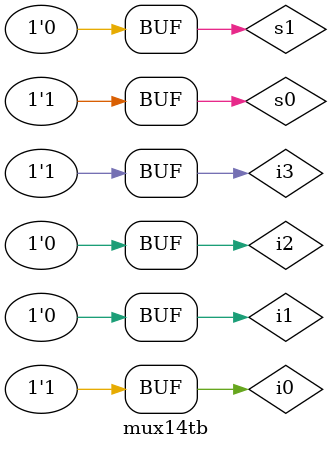
<source format=v>
`timescale 1ns/1ns
`include "mux14.v"

module mux14tb (
    
);
    reg s0,s1,i0,i1,i2,i3;
    wire y;

    mux14 uut(y,s0,s1,i0,i1,i2,i3);

    initial begin

        $dumpfile("mux14tb.vcd");
        $dumpvars(0,mux14tb);
        i0=1;i1=0;i2=0;i3=1;
        s0=0;s1=0;
        #30;

        s0=0;s1=1;
        #30;

        s0=1;s1=1;
        #30;

        s0=1;s1=0;
        #30;

        $display("Compiled Successfully");

    end
endmodule
</source>
